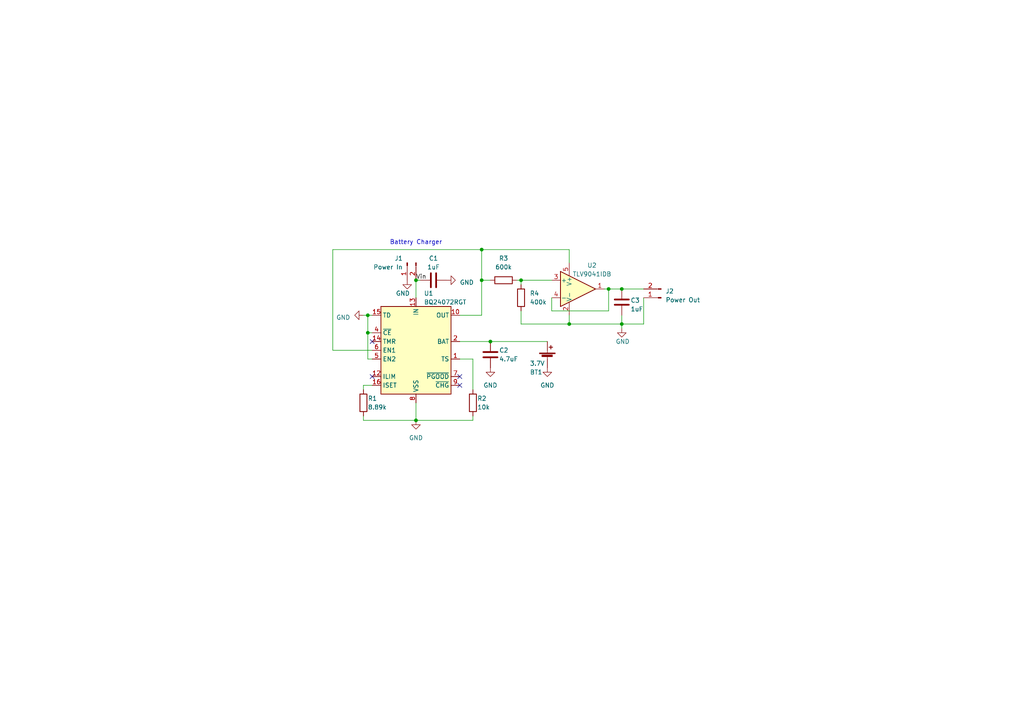
<source format=kicad_sch>
(kicad_sch (version 20231120) (generator "eeschema") (generator_version "8.0")
  (paper "A4")
  (lib_symbols
    (symbol "Amplifier_Operational:TLV9061xDBV" (pin_names (offset 0.127))
      (property "Reference" "U" (at -1.27 6.35 0))
      (property "Value" "TLV9061xDBV" (at -1.27 3.81 0))
      (symbol "TLV9061xDBV_0_1"
        (polyline (pts (xy -5.08 5.08) (xy 5.08 0) (xy -5.08 -5.08) (xy -5.08 5.08)) (stroke (width 0.254)) (fill (type background)))
        (pin power_in line (at -2.54 -7.62 90) (length 3.81) (name "V-") (number "2"))
        (pin power_in line (at -2.54 7.62 270) (length 3.81) (name "V+") (number "5"))
      )
      (symbol "TLV9061xDBV_1_1"
        (pin output line (at 7.62 0 180) (length 2.54) (name "~") (number "1"))
        (pin input line (at -7.62 2.54 0) (length 2.54) (name "+") (number "3"))
        (pin input line (at -7.62 -2.54 0) (length 2.54) (name "-") (number "4"))
      )
    )
    (symbol "Battery_Management:BQ24073RGT"
      (property "Reference" "U" (at -8.89 13.97 0))
      (property "Value" "BQ24073RGT" (at 16.51 13.97 0))
      (symbol "BQ24073RGT_0_1"
        (rectangle (start -10.16 12.7) (end 10.16 -12.7) (stroke (width 0.254)) (fill (type background)))
      )
      (symbol "BQ24073RGT_1_1"
        (pin passive line (at 12.7 -2.54 180) (length 2.54) (name "TS") (number "1"))
        (pin power_out line (at 12.7 10.16 180) (length 2.54) (name "OUT") (number "10"))
        (pin passive line (at 12.7 10.16 180) (length 2.54) hide (name "OUT") (number "11"))
        (pin passive line (at -12.7 -7.62 0) (length 2.54) (name "ILIM") (number "12"))
        (pin power_in line (at 0 15.24 270) (length 2.54) (name "IN") (number "13"))
        (pin input line (at -12.7 2.54 0) (length 2.54) (name "TMR") (number "14"))
        (pin input line (at -12.7 10.16 0) (length 2.54) (name "TD") (number "15"))
        (pin passive line (at -12.7 -10.16 0) (length 2.54) (name "ISET") (number "16"))
        (pin passive line (at 0 -15.24 90) (length 2.54) hide (name "VSS") (number "17"))
        (pin power_out line (at 12.7 2.54 180) (length 2.54) (name "BAT") (number "2"))
        (pin passive line (at 12.7 2.54 180) (length 2.54) hide (name "BAT") (number "3"))
        (pin input line (at -12.7 5.08 0) (length 2.54) (name "~{CE}") (number "4"))
        (pin input line (at -12.7 -2.54 0) (length 2.54) (name "EN2") (number "5"))
        (pin input line (at -12.7 0 0) (length 2.54) (name "EN1") (number "6"))
        (pin open_collector line (at 12.7 -7.62 180) (length 2.54) (name "~{PGOOD}") (number "7"))
        (pin power_in line (at 0 -15.24 90) (length 2.54) (name "VSS") (number "8"))
        (pin open_collector line (at 12.7 -10.16 180) (length 2.54) (name "~{CHG}") (number "9"))
      )
    )
    (symbol "Connector:Conn_01x02_Pin" (pin_names (offset 1.016) hide)
      (property "Reference" "J" (at 0 2.54 0))
      (property "Value" "Conn_01x02_Pin" (at 0 -5.08 0))
      (symbol "Conn_01x02_Pin_1_1"
        (polyline (pts (xy 1.27 -2.54) (xy 0.8636 -2.54)) (stroke (width 0.1524)))
        (polyline (pts (xy 1.27 0) (xy 0.8636 0)) (stroke (width 0.1524)))
        (rectangle (start 0.8636 -2.413) (end 0 -2.667) (stroke (width 0.1524)) (fill (type outline)))
        (rectangle (start 0.8636 0.127) (end 0 -0.127) (stroke (width 0.1524)) (fill (type outline)))
        (pin passive line (at 5.08 0 180) (length 3.81) (name "Pin_1") (number "1"))
        (pin passive line (at 5.08 -2.54 180) (length 3.81) (name "Pin_2") (number "2"))
      )
    )
    (symbol "Device:Battery_Cell" (pin_numbers hide) (pin_names (offset 0) hide)
      (property "Reference" "BT" (at 2.54 2.54 0))
      (property "Value" "Battery_Cell" (at 2.54 0 0))
      (symbol "Battery_Cell_0_1"
        (rectangle (start -2.286 1.778) (end 2.286 1.524) (fill (type outline)))
        (rectangle (start -1.5748 1.1938) (end 1.4732 0.6858) (fill (type outline)))
        (polyline (pts (xy 0 0.762) (xy 0 0)))
        (polyline (pts (xy 0 1.778) (xy 0 2.54)))
        (polyline (pts (xy 0.508 3.429) (xy 1.524 3.429)) (stroke (width 0.254)))
        (polyline (pts (xy 1.016 3.937) (xy 1.016 2.921)) (stroke (width 0.254)))
      )
      (symbol "Battery_Cell_1_1"
        (pin passive line (at 0 5.08 270) (length 2.54) (name "+") (number "1"))
        (pin passive line (at 0 -2.54 90) (length 2.54) (name "-") (number "2"))
      )
    )
    (symbol "Device:C" (pin_numbers hide) (pin_names (offset 0.254))
      (property "Reference" "C" (at 0.635 2.54 0))
      (property "Value" "C" (at 0.635 -2.54 0))
      (symbol "C_0_1"
        (polyline (pts (xy -2.032 -0.762) (xy 2.032 -0.762)) (stroke (width 0.508)))
        (polyline (pts (xy -2.032 0.762) (xy 2.032 0.762)) (stroke (width 0.508)))
      )
      (symbol "C_1_1"
        (pin passive line (at 0 3.81 270) (length 2.794) (name "~") (number "1"))
        (pin passive line (at 0 -3.81 90) (length 2.794) (name "~") (number "2"))
      )
    )
    (symbol "Device:R" (pin_numbers hide) (pin_names (offset 0))
      (property "Reference" "R" (at 2.032 0 90))
      (property "Value" "R" (at 0 0 90))
      (symbol "R_0_1"
        (rectangle (start -1.016 -2.54) (end 1.016 2.54) (stroke (width 0.254)))
      )
      (symbol "R_1_1"
        (pin passive line (at 0 3.81 270) (length 1.27) (name "~") (number "1"))
        (pin passive line (at 0 -3.81 90) (length 1.27) (name "~") (number "2"))
      )
    )
    (symbol "GND_1" (power) (pin_numbers hide) (pin_names (offset 0) hide)
      (property "Value" "GND" (at 0 -3.81 0))
      (symbol "GND_1_0_1"
        (polyline (pts (xy 0 0) (xy 0 -1.27) (xy 1.27 -1.27) (xy 0 -2.54) (xy -1.27 -1.27) (xy 0 -1.27)))
      )
      (symbol "GND_1_1_1"
        (pin power_in line (at 0 0 270) (length 0) (name "~") (number "1"))
      )
    )
    (symbol "power:GND" (power) (pin_names (offset 0))
      (property "Value" "GND" (at 0 -3.81 0))
      (symbol "GND_0_1"
        (polyline (pts (xy 0 0) (xy 0 -1.27) (xy 1.27 -1.27) (xy 0 -2.54) (xy -1.27 -1.27) (xy 0 -1.27)))
      )
      (symbol "GND_1_1"
        (pin power_in line (at 0 0 270) (length 0) hide (name "GND") (number "1"))
      )
    )
  )
  (junction (at 180.34 83.82))
  (junction (at 180.34 93.98))
  (junction (at 151.13 81.28))
  (junction (at 120.65 121.92))
  (junction (at 176.53 83.82))
  (junction (at 139.7 81.28))
  (junction (at 106.68 91.44))
  (junction (at 139.7 72.39))
  (junction (at 165.1 93.98))
  (junction (at 142.24 99.06))
  (junction (at 120.65 81.28))
  (junction (at 106.68 96.52))
  (no_connect (at 107.95 99.06))
  (no_connect (at 133.35 109.22))
  (no_connect (at 133.35 111.76))
  (no_connect (at 107.95 109.22))
  (wire (pts (xy 106.68 96.52) (xy 106.68 91.44)))
  (wire (pts (xy 186.69 86.36) (xy 186.69 93.98)))
  (wire (pts (xy 105.41 121.92) (xy 105.41 120.65)))
  (wire (pts (xy 165.1 91.44) (xy 165.1 93.98)))
  (wire (pts (xy 176.53 83.82) (xy 176.53 90.17)))
  (wire (pts (xy 151.13 81.28) (xy 160.02 81.28)))
  (wire (pts (xy 180.34 91.44) (xy 180.34 93.98)))
  (wire (pts (xy 165.1 93.98) (xy 180.34 93.98)))
  (wire (pts (xy 107.95 96.52) (xy 106.68 96.52)))
  (wire (pts (xy 180.34 93.98) (xy 186.69 93.98)))
  (wire (pts (xy 151.13 90.17) (xy 151.13 93.98)))
  (wire (pts (xy 142.24 99.06) (xy 158.75 99.06)))
  (wire (pts (xy 105.41 111.76) (xy 105.41 113.03)))
  (wire (pts (xy 106.68 96.52) (xy 106.68 104.14)))
  (wire (pts (xy 176.53 83.82) (xy 175.26 83.82)))
  (wire (pts (xy 133.35 99.06) (xy 142.24 99.06)))
  (wire (pts (xy 96.52 101.6) (xy 96.52 72.39)))
  (wire (pts (xy 180.34 83.82) (xy 186.69 83.82)))
  (wire (pts (xy 121.92 81.28) (xy 120.65 81.28)))
  (wire (pts (xy 107.95 111.76) (xy 105.41 111.76)))
  (wire (pts (xy 139.7 72.39) (xy 139.7 81.28)))
  (wire (pts (xy 160.02 90.17) (xy 176.53 90.17)))
  (wire (pts (xy 176.53 83.82) (xy 180.34 83.82)))
  (wire (pts (xy 120.65 116.84) (xy 120.65 121.92)))
  (wire (pts (xy 165.1 76.2) (xy 165.1 72.39)))
  (wire (pts (xy 133.35 104.14) (xy 137.16 104.14)))
  (wire (pts (xy 139.7 81.28) (xy 139.7 91.44)))
  (wire (pts (xy 137.16 104.14) (xy 137.16 113.03)))
  (wire (pts (xy 137.16 121.92) (xy 120.65 121.92)))
  (wire (pts (xy 105.41 91.44) (xy 106.68 91.44)))
  (wire (pts (xy 106.68 91.44) (xy 107.95 91.44)))
  (wire (pts (xy 180.34 93.98) (xy 180.34 95.25)))
  (wire (pts (xy 139.7 81.28) (xy 142.24 81.28)))
  (wire (pts (xy 151.13 93.98) (xy 165.1 93.98)))
  (wire (pts (xy 133.35 91.44) (xy 139.7 91.44)))
  (wire (pts (xy 96.52 72.39) (xy 139.7 72.39)))
  (wire (pts (xy 149.86 81.28) (xy 151.13 81.28)))
  (wire (pts (xy 106.68 104.14) (xy 107.95 104.14)))
  (wire (pts (xy 137.16 120.65) (xy 137.16 121.92)))
  (wire (pts (xy 120.65 81.28) (xy 120.65 86.36)))
  (wire (pts (xy 160.02 86.36) (xy 160.02 90.17)))
  (wire (pts (xy 105.41 121.92) (xy 120.65 121.92)))
  (wire (pts (xy 165.1 72.39) (xy 139.7 72.39)))
  (wire (pts (xy 96.52 101.6) (xy 107.95 101.6)))
  (wire (pts (xy 151.13 81.28) (xy 151.13 82.55)))
  (text "Battery Charger\n" (at 113.03 71.12 0) (effects (font (size 1.27 1.27)) (justify left bottom)))
  (label "Vin" (at 120.65 81.28 0))
  (symbol (lib_id "Battery_Management:BQ24073RGT") (at 120.65 101.6 0) (unit 1)
    (property "Reference" "U1" (at 122.936 85.09 0) (effects (justify left)))
    (property "Value" "BQ24072RGT" (at 122.936 87.63 0) (effects (justify left)))
    (property "Footprint" "Package_DFN_QFN:VQFN-16-1EP_3x3mm_P0.5mm_EP1.68x1.68mm" (effects (hide yes)))
    (property "Datasheet" "http://www.ti.com/lit/ds/symlink/bq24073.pdf" (effects (hide yes)))
  )
  (symbol (lib_id "Device:Battery_Cell") (at 158.75 104.14 0) (unit 1)
    (property "Reference" "BT1" (at 153.67 107.95 0) (effects (justify left)))
    (property "Value" "3.7V" (at 153.67 105.41 0) (effects (justify left)))
    (property "Footprint" "Connector_PinHeader_2.54mm:PinHeader_1x02_P2.54mm_Vertical" (effects (hide yes)))
  )
  (symbol (lib_id "power:GND") (at 118.11 81.28 0) (unit 1)
    (property "Reference" "#PWR02" (effects (hide yes)))
    (property "Value" "GND" (at 116.84 85.09 0))
  )
  (symbol (lib_id "Device:R") (at 146.05 81.28 90) (unit 1)
    (property "Reference" "R3" (at 146.05 74.93 90))
    (property "Value" "600k" (at 146.05 77.47 90))
    (property "Footprint" "Resistor_SMD:R_0402_1005Metric_Pad0.72x0.64mm_HandSolder" (effects (hide yes)))
    (property "Description" "Resistor" (effects (hide yes)))
  )
  (symbol (lib_id "Device:R") (at 137.16 116.84 0) (unit 1)
    (property "Reference" "R2" (at 138.43 115.57 0) (effects (justify left)))
    (property "Value" "10k" (at 138.43 118.11 0) (effects (justify left)))
    (property "Footprint" "Resistor_SMD:R_0402_1005Metric_Pad0.72x0.64mm_HandSolder" (effects (hide yes)))
  )
  (symbol (lib_id "Device:C") (at 180.34 87.63 180) (unit 1)
    (property "Reference" "C3" (at 182.88 87.122 0) (effects (justify right)))
    (property "Value" "1uF" (at 182.88 89.662 0) (effects (justify right)))
    (property "Footprint" "Capacitor_SMD:C_0402_1005Metric_Pad0.74x0.62mm_HandSolder" (effects (hide yes)))
  )
  (symbol (lib_id "Device:C") (at 142.24 102.87 0) (unit 1)
    (property "Reference" "C2" (at 144.78 101.6 0) (effects (justify left)))
    (property "Value" "4.7uF" (at 144.78 104.14 0) (effects (justify left)))
    (property "Footprint" "Capacitor_SMD:C_0402_1005Metric_Pad0.74x0.62mm_HandSolder" (effects (hide yes)))
  )
  (symbol (lib_id "power:GND") (at 158.75 106.68 0) (unit 1)
    (property "Reference" "#PWR07" (effects (hide yes)))
    (property "Value" "GND" (at 158.75 111.76 0))
  )
  (symbol (lib_id "power:GND") (at 129.54 81.28 90) (unit 1)
    (property "Reference" "#PWR04" (effects (hide yes)))
    (property "Value" "GND" (at 133.35 81.915 90) (effects (justify right)))
  )
  (symbol (lib_id "Device:C") (at 125.73 81.28 90) (unit 1)
    (property "Reference" "C1" (at 125.73 74.93 90))
    (property "Value" "1uF" (at 125.73 77.47 90))
    (property "Footprint" "Capacitor_SMD:C_0402_1005Metric_Pad0.74x0.62mm_HandSolder" (effects (hide yes)))
  )
  (symbol (lib_id "Device:R") (at 151.13 86.36 0) (unit 1)
    (property "Reference" "R4" (at 153.67 85.0899 0) (effects (justify left)))
    (property "Value" "400k" (at 153.67 87.6299 0) (effects (justify left)))
    (property "Footprint" "Resistor_SMD:R_0402_1005Metric_Pad0.72x0.64mm_HandSolder" (effects (hide yes)))
    (property "Description" "Resistor" (effects (hide yes)))
  )
  (symbol (lib_id "Amplifier_Operational:TLV9061xDBV") (at 167.64 83.82 0) (unit 1)
    (property "Reference" "U2" (at 171.704 76.962 0))
    (property "Value" "TLV9041IDB" (at 171.704 79.502 0))
    (property "Footprint" "Package_TO_SOT_SMD:SOT-23-5" (effects (hide yes)))
    (property "Datasheet" "https://www.ti.com/lit/ds/symlink/tlv9061.pdf" (effects (hide yes)))
    (property "Description" "10-MHz, RRIO, CMOS Operational Amplifiers for Cost-Sensitive Systems, SOT-23-5" (effects (hide yes)))
  )
  (symbol (lib_id "power:GND") (at 120.65 121.92 0) (unit 1)
    (property "Reference" "#PWR03" (effects (hide yes)))
    (property "Value" "GND" (at 120.65 127 0))
  )
  (symbol (lib_id "power:GND") (at 142.24 106.68 0) (unit 1)
    (property "Reference" "#PWR05" (effects (hide yes)))
    (property "Value" "GND" (at 142.24 111.76 0))
  )
  (symbol (lib_id "Device:R") (at 105.41 116.84 0) (unit 1)
    (property "Reference" "R1" (at 106.68 115.57 0) (effects (justify left)))
    (property "Value" "8.89k" (at 106.68 118.11 0) (effects (justify left)))
    (property "Footprint" "Resistor_SMD:R_0402_1005Metric_Pad0.72x0.64mm_HandSolder" (effects (hide yes)))
  )
  (symbol (lib_id "Connector:Conn_01x02_Pin") (at 118.11 76.2 90) (mirror x) (unit 1)
    (property "Reference" "J1" (at 116.84 74.93 90) (effects (justify left)))
    (property "Value" "Power In" (at 116.84 77.47 90) (effects (justify left)))
    (property "Footprint" "Connector_PinHeader_2.54mm:PinHeader_1x02_P2.54mm_Vertical" (effects (hide yes)))
  )
  (symbol (lib_id "Connector:Conn_01x02_Pin") (at 191.77 86.36 180) (unit 1)
    (property "Reference" "J2" (at 193.04 84.455 0) (effects (justify right)))
    (property "Value" "Power Out" (at 193.04 86.995 0) (effects (justify right)))
    (property "Footprint" "Connector_PinHeader_2.54mm:PinHeader_1x02_P2.54mm_Vertical" (effects (hide yes)))
  )
  (symbol (lib_id "power:GND") (at 105.41 91.44 270) (unit 1)
    (property "Reference" "#PWR01" (effects (hide yes)))
    (property "Value" "GND" (at 101.6 92.075 90) (effects (justify right)))
  )
  (symbol (lib_name "GND_1") (lib_id "power:GND") (at 180.34 95.25 0) (unit 1)
    (property "Reference" "#PWR06" (effects (hide yes)))
    (property "Value" "GND" (at 180.594 99.06 0))
    (property "Description" "Power symbol creates a global label with name \"GND\" , ground" (effects (hide yes)))
  )
)
</source>
